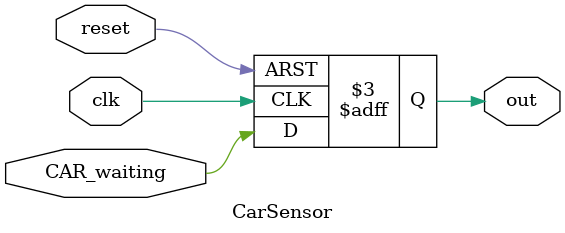
<source format=v>
`timescale 1ns / 1ps
module CarSensor(
    input clk,
    input reset,
    input CAR_waiting,
    output reg out
    );

    always @ (posedge clk or posedge reset) 
    begin
        if (reset == 1'b1) out = 0;
        else out = CAR_waiting;
    end

endmodule

</source>
